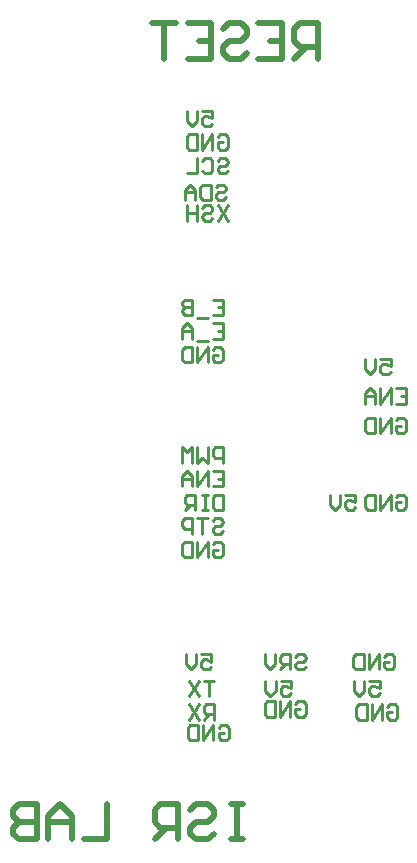
<source format=gbo>
G04*
G04 #@! TF.GenerationSoftware,Altium Limited,Altium Designer,19.1.9 (167)*
G04*
G04 Layer_Color=32896*
%FSLAX42Y42*%
%MOMM*%
G71*
G01*
G75*
%ADD11C,0.25*%
%ADD13C,0.50*%
D11*
X7488Y4255D02*
X7575D01*
Y4190D01*
X7531Y4212D01*
X7510D01*
X7488Y4190D01*
Y4147D01*
X7510Y4125D01*
X7553D01*
X7575Y4147D01*
X7445Y4255D02*
Y4169D01*
X7401Y4125D01*
X7358Y4169D01*
Y4255D01*
X6925Y3925D02*
Y4055D01*
X6860D01*
X6838Y4034D01*
Y3990D01*
X6860Y3969D01*
X6925D01*
X6881D02*
X6838Y3925D01*
X6795Y4055D02*
X6708Y3925D01*
Y4055D02*
X6795Y3925D01*
X8238Y4255D02*
X8325D01*
Y4190D01*
X8281Y4212D01*
X8260D01*
X8238Y4190D01*
Y4147D01*
X8260Y4125D01*
X8303D01*
X8325Y4147D01*
X8195Y4255D02*
Y4169D01*
X8151Y4125D01*
X8108Y4169D01*
Y4255D01*
X6938Y8434D02*
X6960Y8455D01*
X7003D01*
X7025Y8434D01*
Y8412D01*
X7003Y8390D01*
X6960D01*
X6938Y8369D01*
Y8347D01*
X6960Y8325D01*
X7003D01*
X7025Y8347D01*
X6895Y8455D02*
Y8325D01*
X6830D01*
X6808Y8347D01*
Y8434D01*
X6830Y8455D01*
X6895D01*
X6765Y8325D02*
Y8412D01*
X6721Y8455D01*
X6678Y8412D01*
Y8325D01*
Y8390D01*
X6765D01*
X7613Y4058D02*
X7634Y4080D01*
X7678D01*
X7699Y4058D01*
Y3972D01*
X7678Y3950D01*
X7634D01*
X7613Y3972D01*
Y4015D01*
X7656D01*
X7569Y3950D02*
Y4080D01*
X7483Y3950D01*
Y4080D01*
X7439D02*
Y3950D01*
X7374D01*
X7353Y3972D01*
Y4058D01*
X7374Y4080D01*
X7439D01*
X6913Y5408D02*
X6934Y5430D01*
X6978D01*
X6999Y5408D01*
Y5322D01*
X6978Y5300D01*
X6934D01*
X6913Y5322D01*
Y5365D01*
X6956D01*
X6869Y5300D02*
Y5430D01*
X6783Y5300D01*
Y5430D01*
X6739D02*
Y5300D01*
X6674D01*
X6653Y5322D01*
Y5408D01*
X6674Y5430D01*
X6739D01*
X6913Y5608D02*
X6934Y5630D01*
X6978D01*
X6999Y5608D01*
Y5587D01*
X6978Y5565D01*
X6934D01*
X6913Y5543D01*
Y5522D01*
X6934Y5500D01*
X6978D01*
X6999Y5522D01*
X6869Y5630D02*
X6783D01*
X6826D01*
Y5500D01*
X6739D02*
Y5630D01*
X6674D01*
X6653Y5608D01*
Y5565D01*
X6674Y5543D01*
X6739D01*
X6925Y4255D02*
X6838D01*
X6881D01*
Y4125D01*
X6795Y4255D02*
X6708Y4125D01*
Y4255D02*
X6795Y4125D01*
X6963Y3858D02*
X6984Y3880D01*
X7028D01*
X7049Y3858D01*
Y3772D01*
X7028Y3750D01*
X6984D01*
X6963Y3772D01*
Y3815D01*
X7006D01*
X6919Y3750D02*
Y3880D01*
X6833Y3750D01*
Y3880D01*
X6789D02*
Y3750D01*
X6724D01*
X6703Y3772D01*
Y3858D01*
X6724Y3880D01*
X6789D01*
X8388Y4034D02*
X8410Y4055D01*
X8453D01*
X8475Y4034D01*
Y3947D01*
X8453Y3925D01*
X8410D01*
X8388Y3947D01*
Y3990D01*
X8431D01*
X8345Y3925D02*
Y4055D01*
X8258Y3925D01*
Y4055D01*
X8215D02*
Y3925D01*
X8150D01*
X8128Y3947D01*
Y4034D01*
X8150Y4055D01*
X8215D01*
X8463Y5808D02*
X8485Y5830D01*
X8528D01*
X8550Y5808D01*
Y5722D01*
X8528Y5700D01*
X8485D01*
X8463Y5722D01*
Y5765D01*
X8507D01*
X8420Y5700D02*
Y5830D01*
X8333Y5700D01*
Y5830D01*
X8290D02*
Y5700D01*
X8225D01*
X8203Y5722D01*
Y5808D01*
X8225Y5830D01*
X8290D01*
X8033D02*
X8120D01*
Y5765D01*
X8077Y5787D01*
X8055D01*
X8033Y5765D01*
Y5722D01*
X8055Y5700D01*
X8098D01*
X8120Y5722D01*
X7990Y5830D02*
Y5743D01*
X7947Y5700D01*
X7903Y5743D01*
Y5830D01*
X8333Y6980D02*
X8420D01*
Y6915D01*
X8377Y6937D01*
X8355D01*
X8333Y6915D01*
Y6872D01*
X8355Y6850D01*
X8398D01*
X8420Y6872D01*
X8290Y6980D02*
Y6893D01*
X8247Y6850D01*
X8203Y6893D01*
Y6980D01*
X8463Y6730D02*
X8550D01*
Y6600D01*
X8463D01*
X8550Y6665D02*
X8507D01*
X8420Y6600D02*
Y6730D01*
X8333Y6600D01*
Y6730D01*
X8290Y6600D02*
Y6687D01*
X8247Y6730D01*
X8203Y6687D01*
Y6600D01*
Y6665D01*
X8290D01*
X8463Y6458D02*
X8485Y6480D01*
X8528D01*
X8550Y6458D01*
Y6372D01*
X8528Y6350D01*
X8485D01*
X8463Y6372D01*
Y6415D01*
X8507D01*
X8420Y6350D02*
Y6480D01*
X8333Y6350D01*
Y6480D01*
X8290D02*
Y6350D01*
X8225D01*
X8203Y6372D01*
Y6458D01*
X8225Y6480D01*
X8290D01*
X6824Y9080D02*
X6910D01*
Y9015D01*
X6867Y9037D01*
X6845D01*
X6824Y9015D01*
Y8972D01*
X6845Y8950D01*
X6889D01*
X6910Y8972D01*
X6780Y9080D02*
Y8993D01*
X6737Y8950D01*
X6694Y8993D01*
Y9080D01*
X7040Y8280D02*
X6954Y8150D01*
Y8280D02*
X7040Y8150D01*
X6824Y8258D02*
X6845Y8280D01*
X6889D01*
X6910Y8258D01*
Y8237D01*
X6889Y8215D01*
X6845D01*
X6824Y8193D01*
Y8172D01*
X6845Y8150D01*
X6889D01*
X6910Y8172D01*
X6780Y8280D02*
Y8150D01*
Y8215D01*
X6694D01*
Y8280D01*
Y8150D01*
X6954Y8858D02*
X6975Y8880D01*
X7019D01*
X7040Y8858D01*
Y8772D01*
X7019Y8750D01*
X6975D01*
X6954Y8772D01*
Y8815D01*
X6997D01*
X6910Y8750D02*
Y8880D01*
X6824Y8750D01*
Y8880D01*
X6780D02*
Y8750D01*
X6715D01*
X6694Y8772D01*
Y8858D01*
X6715Y8880D01*
X6780D01*
X6954Y8658D02*
X6975Y8680D01*
X7019D01*
X7040Y8658D01*
Y8637D01*
X7019Y8615D01*
X6975D01*
X6954Y8593D01*
Y8572D01*
X6975Y8550D01*
X7019D01*
X7040Y8572D01*
X6824Y8658D02*
X6845Y8680D01*
X6889D01*
X6910Y8658D01*
Y8572D01*
X6889Y8550D01*
X6845D01*
X6824Y8572D01*
X6780Y8680D02*
Y8550D01*
X6694D01*
X6913Y7480D02*
X7000D01*
Y7350D01*
X6913D01*
X7000Y7415D02*
X6957D01*
X6870Y7328D02*
X6783D01*
X6740Y7480D02*
Y7350D01*
X6675D01*
X6653Y7372D01*
Y7393D01*
X6675Y7415D01*
X6740D01*
X6675D01*
X6653Y7437D01*
Y7458D01*
X6675Y7480D01*
X6740D01*
X6913Y7280D02*
X7000D01*
Y7150D01*
X6913D01*
X7000Y7215D02*
X6957D01*
X6870Y7128D02*
X6783D01*
X6740Y7150D02*
Y7237D01*
X6697Y7280D01*
X6653Y7237D01*
Y7150D01*
Y7215D01*
X6740D01*
X6913Y7058D02*
X6935Y7080D01*
X6978D01*
X7000Y7058D01*
Y6972D01*
X6978Y6950D01*
X6935D01*
X6913Y6972D01*
Y7015D01*
X6957D01*
X6870Y6950D02*
Y7080D01*
X6783Y6950D01*
Y7080D01*
X6740D02*
Y6950D01*
X6675D01*
X6653Y6972D01*
Y7058D01*
X6675Y7080D01*
X6740D01*
X6999Y5830D02*
Y5700D01*
X6934D01*
X6913Y5722D01*
Y5808D01*
X6934Y5830D01*
X6999D01*
X6869D02*
X6826D01*
X6848D01*
Y5700D01*
X6869D01*
X6826D01*
X6761D02*
Y5830D01*
X6696D01*
X6674Y5808D01*
Y5765D01*
X6696Y5743D01*
X6761D01*
X6718D02*
X6674Y5700D01*
X6913Y6030D02*
X6999D01*
Y5900D01*
X6913D01*
X6999Y5965D02*
X6956D01*
X6869Y5900D02*
Y6030D01*
X6783Y5900D01*
Y6030D01*
X6739Y5900D02*
Y5987D01*
X6696Y6030D01*
X6653Y5987D01*
Y5900D01*
Y5965D01*
X6739D01*
X6999Y6100D02*
Y6230D01*
X6934D01*
X6913Y6208D01*
Y6165D01*
X6934Y6143D01*
X6999D01*
X6869Y6230D02*
Y6100D01*
X6826Y6143D01*
X6783Y6100D01*
Y6230D01*
X6739Y6100D02*
Y6230D01*
X6696Y6187D01*
X6653Y6230D01*
Y6100D01*
X8363Y4458D02*
X8385Y4480D01*
X8428D01*
X8450Y4458D01*
Y4372D01*
X8428Y4350D01*
X8385D01*
X8363Y4372D01*
Y4415D01*
X8407D01*
X8320Y4350D02*
Y4480D01*
X8233Y4350D01*
Y4480D01*
X8190D02*
Y4350D01*
X8125D01*
X8103Y4372D01*
Y4458D01*
X8125Y4480D01*
X8190D01*
X7613Y4458D02*
X7635Y4480D01*
X7678D01*
X7700Y4458D01*
Y4437D01*
X7678Y4415D01*
X7635D01*
X7613Y4393D01*
Y4372D01*
X7635Y4350D01*
X7678D01*
X7700Y4372D01*
X7570Y4350D02*
Y4480D01*
X7505D01*
X7483Y4458D01*
Y4415D01*
X7505Y4393D01*
X7570D01*
X7527D02*
X7483Y4350D01*
X7440Y4480D02*
Y4393D01*
X7397Y4350D01*
X7353Y4393D01*
Y4480D01*
X6813D02*
X6900D01*
Y4415D01*
X6857Y4437D01*
X6835D01*
X6813Y4415D01*
Y4372D01*
X6835Y4350D01*
X6878D01*
X6900Y4372D01*
X6770Y4480D02*
Y4393D01*
X6727Y4350D01*
X6683Y4393D01*
Y4480D01*
D13*
X7800Y9520D02*
Y9820D01*
X7650D01*
X7600Y9770D01*
Y9670D01*
X7650Y9620D01*
X7800D01*
X7700D02*
X7600Y9520D01*
X7300Y9820D02*
X7500D01*
Y9520D01*
X7300D01*
X7500Y9670D02*
X7400D01*
X7000Y9770D02*
X7050Y9820D01*
X7150D01*
X7200Y9770D01*
Y9720D01*
X7150Y9670D01*
X7050D01*
X7000Y9620D01*
Y9570D01*
X7050Y9520D01*
X7150D01*
X7200Y9570D01*
X6700Y9820D02*
X6900D01*
Y9520D01*
X6700D01*
X6900Y9670D02*
X6800D01*
X6600Y9820D02*
X6400D01*
X6500D01*
Y9520D01*
X7170Y3210D02*
X7070D01*
X7120D01*
Y2910D01*
X7170D01*
X7070D01*
X6720Y3160D02*
X6770Y3210D01*
X6870D01*
X6920Y3160D01*
Y3110D01*
X6870Y3060D01*
X6770D01*
X6720Y3010D01*
Y2960D01*
X6770Y2910D01*
X6870D01*
X6920Y2960D01*
X6620Y2910D02*
Y3210D01*
X6470D01*
X6420Y3160D01*
Y3060D01*
X6470Y3010D01*
X6620D01*
X6520D02*
X6420Y2910D01*
X6020Y3210D02*
Y2910D01*
X5820D01*
X5720D02*
Y3110D01*
X5621Y3210D01*
X5521Y3110D01*
Y2910D01*
Y3060D01*
X5720D01*
X5421Y3210D02*
Y2910D01*
X5271D01*
X5221Y2960D01*
Y3010D01*
X5271Y3060D01*
X5421D01*
X5271D01*
X5221Y3110D01*
Y3160D01*
X5271Y3210D01*
X5421D01*
M02*

</source>
